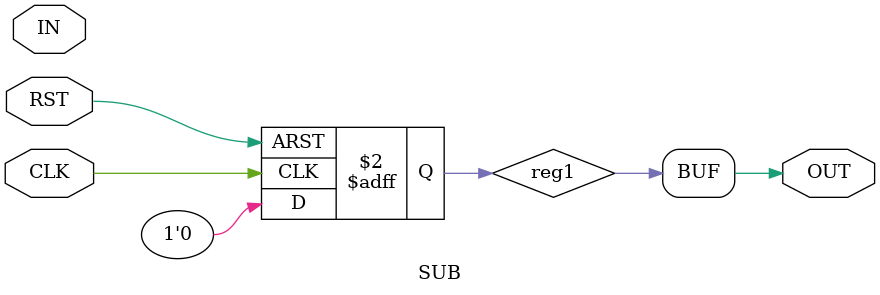
<source format=v>
module SUB(CLK,RST,IN, OUT);
  input CLK, RST, IN;
  output OUT;
  reg reg1;
  wire OUT = reg1;
  always @(posedge CLK or negedge RST) begin
    if(RST) begin
      reg1 <= 1'b0;
    end else begin
      reg1 <= 1'b1;
    end
  end
endmodule
</source>
